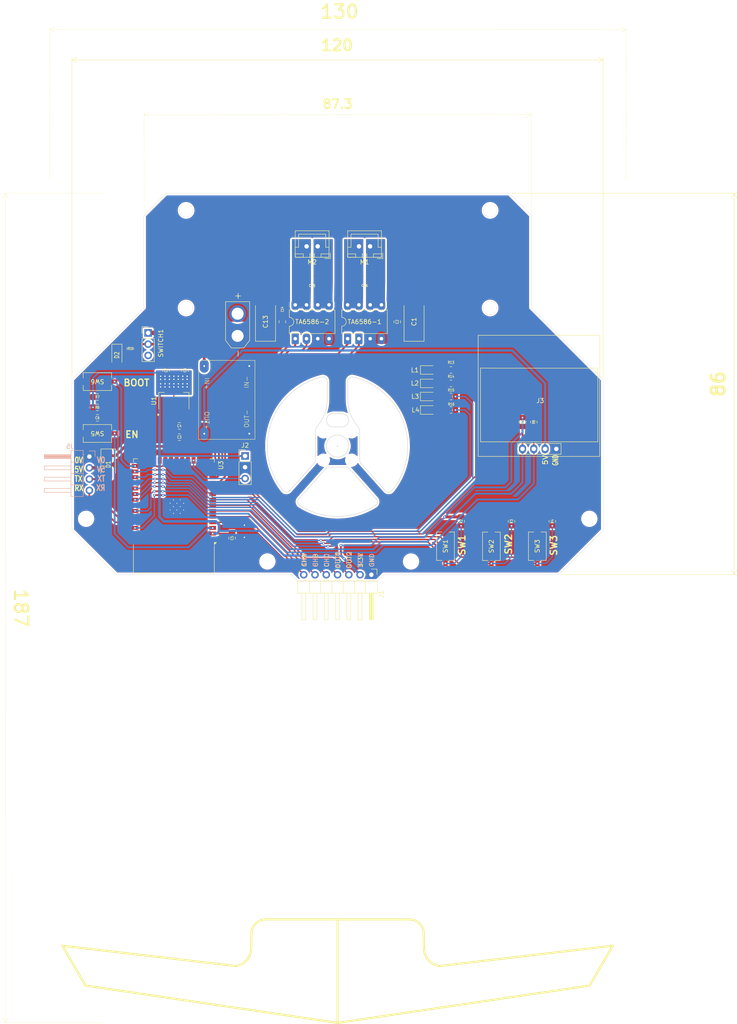
<source format=kicad_pcb>
(kicad_pcb (version 20241229) (generator "pcbnew") (generator_version "9.0")
  (layers (0 "F.Cu" signal) (2 "B.Cu" signal) (13 "F.Paste" user) (15 "B.Paste" user) (5 "F.SilkS" user "F.Silkscreen") (7 "B.SilkS" user "B.Silkscreen") (1 "F.Mask" user) (3 "B.Mask" user) (25 "Edge.Cuts" user))
  (net 0 "")
  (net 1 "VCC")
  (net 2 "GND")
  (net 3 "+5V")
  (net 4 "3V3")
  (net 5 "/EN")
  (net 6 "/M1")
  (net 7 "/M2")
  (net 8 "/M4")
  (net 9 "/M3")
  (net 10 "Net-(D1-A)")
  (net 11 "Net-(D2-A)")
  (net 12 "/INB2")
  (net 13 "/INA2")
  (net 14 "/INA1")
  (net 15 "/INB1")
  (net 16 "/IN1")
  (net 17 "/CHC")
  (net 18 "/IN2")
  (net 19 "/CHB")
  (net 20 "/CHA")
  (net 21 "/ST")
  (net 22 "/SCL")
  (net 23 "/SDA")
  (net 24 "/RXD")
  (net 26 "VCC1")
  (net 27 "/TXD")
  (net 28 "/SW1")
  (net 29 "/SW2")
  (net 30 "/SW3")
  (net 33 "/BT")
  (net 35 "Net-(L1-A)")
  (net 39 "Net-(L2-A)")
  (net 44 "/LED_2")
  (net 46 "/LED_1")
  (net 48 "Net-(L3-A)")
  (net 49 "Net-(L4-A)")
  (net 50 "/LED_4")
  (net 51 "/LED_3")
  (footprint "Capacitor_SMD:C_0805_2012Metric_Pad1.18x1.45mm_HandSolder" (layer "F.Cu") (at 170.97225 82.520233)
    (property "Reference" "C16")
    (property "Value" "100nf" (hide yes))
  )
  (footprint "MountingHole:MountingHole_3.2mm_M3_DIN965" (layer "F.Cu") (at 181.45 146.04 90)
    (property "Reference" "H4" (hide yes))
    (property "Value" "MountingHole" (hide yes))
  )
  (footprint "Resistor_SMD:R_0805_2012Metric_Pad1.20x1.40mm_HandSolder" (layer "F.Cu") (at 190.46 111.905 180)
    (property "Reference" "R16")
    (property "Value" "220" (hide yes))
  )
  (footprint "LED_SMD:LED_0805_2012Metric_Pad1.15x1.40mm_HandSolder" (layer "F.Cu") (at 185.435 108.865)
    (property "Reference" "L3")
    (property "Value" "LED" (hide yes))
  )
  (footprint "MountingHole:MountingHole_3.2mm_M3_DIN965" (layer "F.Cu") (at 221.645 136.425 90)
    (property "Reference" "H2" (hide yes))
    (property "Value" "MountingHole" (hide yes))
  )
  (footprint "Capacitor_SMD:C_0805_2012Metric_Pad1.18x1.45mm_HandSolder" (layer "F.Cu") (at 129.2375 115.5 180)
    (property "Reference" "C4")
    (property "Value" "100nF" (hide yes))
  )
  (footprint "EESTN5:128x64OLED" (layer "F.Cu") (at 210.58 110.07 180)
    (property "Reference" "J3")
    (property "Value" "DISPLAY")
  )
  (footprint "MountingHole:MountingHole_3.2mm_M3_DIN965" (layer "F.Cu") (at 149.08 146.04 90)
    (property "Reference" "H3" (hide yes))
    (property "Value" "MountingHole" (hide yes))
  )
  (footprint "Connector_PinHeader_2.54mm:PinHeader_1x07_P2.54mm_Horizontal" (layer "F.Cu") (at 172.50725 149.027733 -90)
    (property "Reference" "J1")
    (property "Value" "Conn_01x07_Pin")
  )
  (footprint "Connector_AMASS:AMASS_XT30U-M_1x02_P5.0mm_Vertical" (layer "F.Cu") (at 142.36 95.21 90)
    (property "Reference" "Alimentacion1" (hide yes))
    (property "Value" "TB_1X2" (hide yes))
  )
  (footprint "LED_SMD:LED_0805_2012Metric_Pad1.15x1.40mm_HandSolder" (layer "F.Cu") (at 185.435 105.92)
    (property "Reference" "L2")
    (property "Value" "LED" (hide yes))
  )
  (footprint "NUEVAS HUELLAS TREJO:Turbina" (layer "F.Cu") (at 164.88225 120.027733 180)
    (property "Reference" "M5" (hide yes))
    (property "Value" "Turbine" (hide yes))
    (fp_line (start 5.253254 -3.847088) (end 10.775244 -10.046849) (stroke (width 0.1)) (layer "Edge.Cuts"))
    (fp_line (start 5 3.181983) (end 5 -3.181978) (stroke (width 0.1)) (layer "Edge.Cuts"))
    (fp_line (start 2.65026 -5.08489) (end 8.716987 -11.89625) (stroke (width 0.1)) (layer "Edge.Cuts"))
    (fp_line (start 2.318019 10.638922) (end 2.318019 14.585954) (stroke (width 0.1)) (layer "Edge.Cuts"))
    (fp_line (start 1 4.300002) (end -1 4.300002) (stroke (width 0.1)) (layer "Edge.Cuts"))
    (fp_line (start -1 7.300002) (end 1 7.300002) (stroke (width 0.1)) (layer "Edge.Cuts"))
    (fp_line (start -1.903516 -4.75) (end 1.903516 -4.75) (stroke (width 0.1)) (layer "Edge.Cuts"))
    (fp_line (start -2.314765 10.638922) (end -2.314765 14.585954) (stroke (width 0.1)) (layer "Edge.Cuts"))
    (fp_line (start -4.996746 -3.181979) (end -4.996746 3.181983) (stroke (width 0.1)) (layer "Edge.Cuts"))
    (fp_line (start -8.71699 -11.896249) (end -2.650262 -5.08489) (stroke (width 0.1)) (layer "Edge.Cuts"))
    (fp_line (start -10.77199 -10.046849) (end -5.25 -3.847088) (stroke (width 0.1)) (layer "Edge.Cuts"))
    (fp_arc (start 12.302254 -10.007189) (mid 14.955774 5.181548) (end 3.551352 15.558351) (stroke (width 0.1)) (layer "Edge.Cuts"))
    (fp_arc (start 10.775244 -10.046849) (mid 11.547957 -10.381393) (end 12.302254 -10.007189) (stroke (width 0.1)) (layer "Edge.Cuts"))
    (fp_arc (start 8.501591 -13.408512) (mid 8.960269 -12.70237) (end 8.716987 -11.89625) (stroke (width 0.1)) (layer "Edge.Cuts"))
    (fp_arc (start 5 3.181983) (mid 4.881981 3.858861) (end 4.541838 4.455849) (stroke (width 0.1)) (layer "Edge.Cuts"))
    (fp_arc (start 5 -3.181978) (mid 5.065458 -3.537822) (end 5.253254 -3.847088) (stroke (width 0.1)) (layer "Edge.Cuts"))
    (fp_arc (start 3.551352 15.558351) (mid 2.698854 15.371244) (end 2.318019 14.585954) (stroke (width 0.1)) (layer "Edge.Cuts"))
    (fp_arc (start 2.65026 -5.08489) (mid 2.312714 -4.837558) (end 1.903516 -4.75) (stroke (width 0.1)) (layer "Edge.Cuts"))
    (fp_arc (start 2.318019 10.638922) (mid 2.890873 7.353507) (end 4.541838 4.455849) (stroke (width 0.1)) (layer "Edge.Cuts"))
    (fp_arc (start 1 4.300002) (mid 2.499993 5.800013) (end 1 7.300002) (stroke (width 0.1)) (layer "Edge.Cuts"))
    (fp_arc (start -1 7.300002) (mid -2.500007 5.800013) (end -1 4.300002) (stroke (width 0.1)) (layer "Edge.Cuts"))
    (fp_arc (start -1.903516 -4.75) (mid -2.312714 -4.837557) (end -2.650262 -5.08489) (stroke (width 0.1)) (layer "Edge.Cuts"))
    (fp_arc (start -2.314765 14.585954) (mid -2.695641 15.371215) (end -3.548098 15.558351) (stroke (width 0.1)) (layer "Edge.Cuts"))
    (fp_arc (start -3.548098 15.558351) (mid -14.952524 5.181549) (end -12.299 -10.007189) (stroke (width 0.1)) (layer "Edge.Cuts"))
    (fp_arc (start -4.538584 4.455849) (mid -2.887633 7.353512) (end -2.314765 10.638922) (stroke (width 0.1)) (layer "Edge.Cuts"))
    (fp_arc (start -4.538584 4.455849) (mid -4.87872 3.858858) (end -4.996746 3.181983) (stroke (width 0.1)) (layer "Edge.Cuts"))
    (fp_arc (start -5.25 -3.847088) (mid -5.062211 -3.537822) (end -4.996746 -3.181979) (stroke (width 0.1)) (layer "Edge.Cuts"))
    (fp_arc (start -8.501593 -13.408512) (mid -0.000001 -15.854069) (end 8.501591 -13.408512) (stroke (width 0.1)) (layer "Edge.Cuts"))
    (fp_arc (start -8.71699 -11.896249) (mid -8.960246 -12.702369) (end -8.501593 -13.408512) (stroke (width 0.1)) (layer "Edge.Cuts"))
    (fp_arc (start -12.299 -10.007189) (mid -11.544699 -10.381385) (end -10.77199 -10.046849) (stroke (width 0.1)) (layer "Edge.Cuts"))
    (fp_circle (center 3.181981 3.181983) (end 4.181981 3.181983) (stroke (width 0.1)) (fill no) (layer "Edge.Cuts"))
    (fp_circle (center 3.181981 -3.181979) (end 4.181981 -3.181979) (stroke (width 0.1)) (fill no) (layer "Edge.Cuts"))
    (fp_circle (center 0 0.000002) (end 2.5 0.000002) (stroke (width 0.1)) (fill no) (layer "Edge.Cuts"))
    (fp_circle (center 0 0.000002) (end 0.1 0.000002) (stroke (width 0.1)) (fill no) (layer "Edge.Cuts"))
    (fp_circle (center -3.181981 3.181983) (end -2.181981 3.181983) (stroke (width 0.1)) (fill no) (layer "Edge.Cuts"))
    (fp_circle (center -3.181981 -3.181979) (end -2.181981 -3.181979) (stroke (width 0.1)) (fill no) (layer "Edge.Cuts"))
  )
  (footprint "LED_SMD:LED_0805_2012Metric_Pad1.15x1.40mm_HandSolder" (layer "F.Cu") (at 185.435 111.905)
    (property "Reference" "L4")
    (property "Value" "LED" (hide yes))
  )
  (footprint "Connector_PinHeader_2.54mm:PinHeader_1x03_P2.54mm_Vertical" (layer "F.Cu") (at 144.05 122.26)
    (property "Reference" "J2")
    (property "Value" "INICIO")
  )
  (footprint "Resistor_SMD:R_0805_2012Metric_Pad1.20x1.40mm_HandSolder" (layer "F.Cu") (at 190.46 105.92 180)
    (property "Reference" "R14")
    (property "Value" "220" (hide yes))
  )
  (footprint "Button_Switch_SMD:SW_Tactile_SPST_NO_Straight_CK_PTS636Sx25SMTRLFS" (layer "F.Cu") (at 189.215 142.605 90)
    (property "Reference" "SW1")
    (property "Value" "SW_Push_Dual_x2" (hide yes))
  )
  (footprint "Resistor_SMD:R_0805_2012Metric_Pad1.20x1.40mm_HandSolder" (layer "F.Cu") (at 213.3 137 -90)
    (property "Reference" "R4")
    (property "Value" "10k" (hide yes))
  )
  (footprint "Package_DIP:DIP-8_W7.62mm" (layer "F.Cu") (at 155.35225 95.832733 90)
    (property "Reference" "TA6586-2")
    (property "Value" "~" (hide yes))
  )
  (footprint "Capacitor_SMD:C_0805_2012Metric_Pad1.18x1.45mm_HandSolder" (layer "F.Cu") (at 141.11 140.785233 -90)
    (property "Reference" "C5")
    (property "Value" "100nF" (hide yes))
  )
  (footprint "Capacitor_SMD:C_0805_2012Metric_Pad1.18x1.45mm_HandSolder" (layer "F.Cu") (at 159.16225 82.520233)
    (property "Reference" "C15")
    (property "Value" "100nf" (hide yes))
  )
  (footprint "Resistor_SMD:R_0805_2012Metric_Pad1.20x1.40mm_HandSolder" (layer "F.Cu") (at 190.46 108.865 180)
    (property "Reference" "R15")
    (property "Value" "220" (hide yes))
  )
  (footprint "Capacitor_SMD:C_0805_2012Metric_Pad1.18x1.45mm_HandSolder" (layer "F.Cu") (at 126.24 102.9625 90)
    (property "Reference" "C7")
    (property "Value" "100nF" (hide yes))
  )
  (footprint "Button_Switch_SMD:SW_Tactile_SPST_NO_Straight_CK_PTS636Sx25SMTRLFS" (layer "F.Cu") (at 110.765 117.19 180)
    (property "Reference" "SW5")
    (property "Value" "SW_Push_Dual_x2" (hide yes))
  )
  (footprint "Resistor_SMD:R_0805_2012Metric_Pad1.20x1.40mm_HandSolder" (layer "F.Cu") (at 204.1 137 -90)
    (property "Reference" "R3")
    (property "Value" "10k" (hide yes))
  )
  (footprint "Capacitor_SMD:C_0805_2012Metric_Pad1.18x1.45mm_HandSolder" (layer "F.Cu") (at 129.2375 118.025 180)
    (property "Reference" "C3")
    (property "Value" "100nF" (hide yes))
  )
  (footprint "Connector_PinHeader_2.54mm:PinHeader_1x03_P2.54mm_Vertical" (layer "F.Cu") (at 122.2 94.53)
    (property "Reference" "SWITCH1")
    (property "Value" "SW_DPST_x2" (hide yes))
  )
  (footprint "Connector_JST:JST_XH_B2B-XH-A_1x02_P2.50mm_Vertical" (layer "F.Cu") (at 160.41225 75.027733 180)
    (property "Reference" "M2")
    (property "Value" "M2")
  )
  (footprint "Capacitor_SMD:C_0805_2012Metric_Pad1.18x1.45mm_HandSolder" (layer "F.Cu") (at 178.34 92.027733 90)
    (property "Reference" "C2")
    (property "Value" "100nF" (hide yes))
  )
  (footprint "Capacitor_SMD:C_0805_2012Metric_Pad1.18x1.45mm_HandSolder" (layer "F.Cu") (at 152.441125 92.027733 90)
    (property "Reference" "C14")
    (property "Value" "100nF" (hide yes))
  )
  (footprint "MountingHole:MountingHole_3.2mm_M3_DIN965" (layer "F.Cu") (at 108.21 136.425 90)
    (property "Reference" "H1" (hide yes))
    (property "Value" "MountingHole" (hide yes))
  )
  (footprint "Diode_SMD:D_SMA" (layer "F.Cu") (at 113.2 124.2 -90)
    (property "Reference" "D1")
    (property "Value" "D" (hide yes))
  )
  (footprint "Capacitor_SMD:C_0805_2012Metric_Pad1.18x1.45mm_HandSolder" (layer "F.Cu") (at 130.5 102.9625 90)
    (property "Reference" "C8")
    (property "Value" "100nF" (hide yes))
  )
  (footprint "Package_TO_SOT_SMD:SOT-223-3_TabPin2" (layer "F.Cu") (at 128 109.85 90)
    (property "Reference" "U1")
    (property "Value" "AMS1117-3.3")
  )
  (footprint "Capacitor_Tantalum_SMD:CP_EIA-7343-20_Kemet-V" (layer "F.Cu") (at 148.65 91.99 90)
    (property "Reference" "C13")
    (property "Value" "100UF" (hide yes))
  )
  (footprint "NUEVAS HUELLAS TREJO:STEP DOWN MINI 360" (layer "F.Cu") (at 139.92 109.62 180)
    (property "Reference" "STD-MINI360" (hide yes))
    (property "Value" "~" (hide yes))
  )
  (footprint "Resistor_SMD:R_0805_2012Metric_Pad1.20x1.40mm_HandSolder" (layer "F.Cu") (at 190.46 102.88 180)
    (property "Reference" "R13")
    (property "Value" "220" (hide yes))
  )
  (footprint "RF_Module:ESP32-WROOM-32" (layer "F.Cu") (at 127.99225 132.767733 180)
    (property "Reference" "U3")
    (property "Value" "ESP32-WROOM-32")
  )
  (footprint "NUEVAS HUELLAS TREJO:motor 3600rpm" (layer "F.Cu") (at 130.67305 75.8752)
    (property "Reference" "M6" (hide yes))
    (property "Value" "Motor" (hide yes))
  )
  (footprint "Resistor_SMD:R_0805_2012Metric_Pad1.20x1.40mm_HandSolder" (layer "F.Cu") (at 192.747385 137 -90)
    (property "Reference" "R2")
    (property "Value" "10k" (hide yes))
  )
  (footprint "Resistor_SMD:R_0805_2012Metric_Pad1.20x1.40mm_HandSolder" (layer "F.Cu") (at 206.58 114.62 -90)
    (property "Reference" "R5")
    (property "Value" "10k" (hide yes))
  )
  (footprint "Button_Switch_SMD:SW_Tactile_SPST_NO_Straight_CK_PTS636Sx25SMTRLFS" (layer "F.Cu") (at 199.568731 142.625 90)
    (property "Reference" "SW2")
    (property "Value" "SW_Push_Dual_x2" (hide yes))
  )
  (footprint "LED_SMD:LED_1206_3216Metric_Pad1.42x1.75mm_HandSolder" (layer "F.Cu") (at 115.15 99.5425 -90)
    (property "Reference" "D2")
    (property "Value" "LED" (hide yes))
  )
  (footprint "Button_Switch_SMD:SW_Tactile_SPST_NO_Straight_CK_PTS636Sx25SMTRLFS" (layer "F.Cu") (at 110.765 105.5 180)
    (property "Reference" "SW6")
    (property "Value" "SW_Push_Dual_x2" (hide yes))
  )
  (footprint "Capacitor_Tantalum_SMD:CP_EIA-7343-20_Kemet-V" (layer "F.Cu") (at 182.131125 92.007733 90)
    (property "Reference" "C1")
    (property "Value" "100UF" (hide yes))
  )
  (footprint "Capacitor_SMD:C_0805_2012Metric_Pad1.18x1.45mm_HandSolder" (layer "F.Cu") (at 110.765 113.6775 180)
    (property "Reference" "C6")
    (property "Value" "100nF" (hide yes))
  )
  (footprint "Resistor_SMD:R_0805_2012Metric_Pad1.20x1.40mm_HandSolder" (layer "F.Cu") (at 209.12 114.62 -90)
    (property "Reference" "R8")
    (property "Value" "10k" (hide yes))
  )
  (footprint "Resistor_SMD:R_0805_2012Metric_Pad1.20x1.40mm_HandSolder" (layer "F.Cu") (at 110.765 111.315)
    (property "Reference" "R6")
    (property "Value" "10k" (hide yes))
  )
  (footprint "Resistor_SMD:R_0805_2012Metric_Pad1.20x1.40mm_HandSolder" (layer "F.Cu") (at 118.18 98.07 -90)
    (property "Reference" "R10")
    (property "Value" "10k" (hide yes))
  )
  (footprint "Resistor_SMD:R_0805_2012Metric_Pad1.20x1.40mm_HandSolder" (layer "F.Cu") (at 110.765 108.9825)
    (property "Reference" "R7")
    (property "Value" "10k" (hide yes))
  )
  (footprint "Package_DIP:DIP-8_W7.62mm" (layer "F.Cu") (at 167.16225 95.832733 90)
    (property "Reference" "TA6586-1")
    (property "Value" "~" (hide yes))
  )
  (footprint "NUEVAS HUELLAS TREJO:motor 3600rpm" (layer "F.Cu") (at 199.36145 79.966866 180)
    (property "Reference" "M4" (hide yes))
    (property "Value" "Motor" (hide yes))
  )
  (footprint "Button_Switch_SMD:SW_Tactile_SPST_NO_Straight_CK_PTS636Sx25SMTRLFS" (layer "F.Cu") (at 209.922461 142.6 90)
    (property "Reference" "SW3")
    (property "Value" "SW_Push_Dual_x2" (hide yes))
  )
  (footprint "Connector_JST:JST_XH_B2B-XH-A_1x02_P2.50mm_Vertical" (layer "F.Cu") (at 172.22225 75.027733 180)
    (property "Reference" "M1")
    (property "Value" "M1")
  )
  (footprint "LED_SMD:LED_0805_2012Metric_Pad1.15x1.40mm_HandSolder" (layer "F.Cu") (at 185.435 102.88)
    (property "Reference" "L1")
    (property "Value" "LED" (hide yes))
  )
  (footprint "Connector_PinHeader_2.54mm:PinHeader_1x04_P2.54mm_Horizontal" (layer "B.Cu") (at 108.95 122.4 180)
    (property "Reference" "J5")
    (property "Value" "DISPLAY")
  )
  (gr_arc (start 145.427804 233.294186) (mid 144.414029 235.865267) (end 142.002274 237.214991) (stroke (width 0.5)) (layer "F.SilkS"))
  (gr_line (start 164.892274 250.014991) (end 164.89225 226.697733) (stroke (width 0.5)) (layer "F.SilkS"))
  (gr_line (start 164.892274 250.014991) (end 221.692274 241.614991) (stroke (width 0.5)) (layer "F.SilkS"))
  (gr_line (start 142.002274 237.214991) (end 102.862274 232.634991) (stroke (width 0.5)) (layer "F.SilkS"))
  (gr_arc (start 187.782274 237.214991) (mid 185.370474 235.865323) (end 184.356744 233.294186) (stroke (width 0.5)) (layer "F.SilkS"))
  (gr_line (start 164.892274 250.014991) (end 108.092274 241.614991) (stroke (width 0.5)) (layer "F.SilkS"))
  (gr_arc (start 145.482274 229.897733) (mid 146.419534 227.635) (end 148.682274 226.697733) (stroke (width 0.5)) (layer "F.SilkS"))
  (gr_line (start 181.102274 226.697733) (end 148.682226 226.697733) (stroke (width 0.5)) (layer "F.SilkS"))
  (gr_line (start 145.482274 229.897691) (end 145.427804 233.294186) (stroke (width 0.5)) (layer "F.SilkS"))
  (gr_line (start 184.302274 229.897691) (end 184.356744 233.294186) (stroke (width 0.5)) (layer "F.SilkS"))
  (gr_arc (start 181.102274 226.697733) (mid 183.365 227.635) (end 184.302274 229.897733) (stroke (width 0.5)) (layer "F.SilkS"))
  (gr_line (start 108.092274 241.614991) (end 102.862274 232.634991) (stroke (width 0.5)) (layer "F.SilkS"))
  (gr_line (start 221.692274 241.614991) (end 226.922274 232.634991) (stroke (width 0.5)) (layer "F.SilkS"))
  (gr_line (start 187.782274 237.214991) (end 226.922274 232.634991) (stroke (width 0.5)) (layer "F.SilkS"))
  (gr_line (start 214.76225 149.007733) (end 224.76225 139.007733) (stroke (width 0.05)) (layer "Edge.Cuts"))
  (gr_line (start 155.96225 150.507733) (end 154.46225 149.007733) (stroke (width 0.05)) (layer "Edge.Cuts"))
  (gr_line (start 224.76225 105.027733) (end 208.55225 88.817733) (stroke (width 0.05)) (layer "Edge.Cuts"))
  (gr_line (start 164.88725 150.507733) (end 155.96225 150.507733) (stroke (width 0.05)) (layer "Edge.Cuts"))
  (gr_line (start 105.01225 139.027733) (end 105.01225 105.027733) (stroke (width 0.05)) (layer "Edge.Cuts"))
  (gr_line (start 126.22225 63.047733) (end 135.01225 63.047733) (stroke (width 0.05)) (layer "Edge.Cuts"))
  (gr_line (start 115.01225 149.007733) (end 154.46225 149.007733) (stroke (width 0.05)) (layer "Edge.Cuts"))
  (gr_line (start 121.22225 68.047733) (end 126.22225 63.047733) (stroke (width 0.05)) (layer "Edge.Cuts"))
  (gr_line (start 208.55225 68.047733) (end 203.55225 63.047733) (stroke (width 0.05)) (layer "Edge.Cuts"))
  (gr_line (start 115.01225 149.007733) (end 105.01225 139.027733) (stroke (width 0.05)) (layer "Edge.Cuts"))
  (gr_line (start 135.01225 63.047733) (end 194.76225 63.047733) (stroke (width 0.05)) (layer "Edge.Cuts"))
  (gr_line (start 105.01225 105.027733) (end 121.22225 88.817733) (stroke (width 0.05)) (layer "Edge.Cuts"))
  (gr_line (start 173.81225 150.507733) (end 175.31225 149.007733) (stroke (width 0.05)) (layer "Edge.Cuts"))
  (gr_line (start 121.22225 68.047733) (end 121.22225 88.817733) (stroke (width 0.05)) (layer "Edge.Cuts"))
  (gr_line (start 203.55225 63.047733) (end 194.76225 63.047733) (stroke (width 0.05)) (layer "Edge.Cuts"))
  (gr_line (start 224.76225 105.027733) (end 224.76225 139.007733) (stroke (width 0.05)) (layer "Edge.Cuts"))
  (gr_line (start 208.55225 68.047733) (end 208.55225 88.817733) (stroke (width 0.05)) (layer "Edge.Cuts"))
  (gr_line (start 173.81225 150.507733) (end 164.88725 150.507733) (stroke (width 0.05)) (layer "Edge.Cuts"))
  (gr_line (start 214.76225 149.007733) (end 175.31225 149.007733) (stroke (width 0.05)) (layer "Edge.Cuts"))
  (gr_text "0V\n5V\nTX\nRX\n" (at 105.48 130.26 0) (layer "F.SilkS") (effects (font (size 1.3 1) (thickness 0.25) (bold yes)) (justify left bottom)))
  (gr_text "EN" (at 116.88 118.31 0) (layer "F.SilkS") (effects (font (size 1.5 1.5) (thickness 0.3) (bold yes)) (justify left bottom)))
  (gr_text "CHB" (at 160.5 147.4 90) (layer "F.SilkS") (effects (font (size 1 1)) (justify left bottom)))
  (gr_text "GND" (at 214.71 124.57 90) (layer "F.SilkS") (effects (font (size 1.2 0.8) (thickness 0.2) (bold yes)) (justify left bottom)))
  (gr_text "SW3" (at 214.5 144.9 90) (layer "F.SilkS") (effects (font (size 1.5 1.5) (thickness 0.3) (bold yes)) (justify left bottom)))
  (gr_text "OUT2\n" (at 168.11825 147.713571 90) (layer "F.SilkS") (effects (font (size 1 1)) (justify left bottom)))
  (gr_text "5V" (at 212.36 124.396666 90) (layer "F.SilkS") (effects (font (size 1.1 1.2) (thickness 0.2) (bold yes)) (justify left bottom)))
  (gr_text "BOOT\n" (at 116.48 106.65 0) (layer "F.SilkS") (effects (font (size 1.5 1.5) (thickness 0.3) (bold yes)) (justify left bottom)))
  (gr_text "GND" (at 173.2 147.4 90) (layer "F.SilkS") (effects (font (size 1 1)) (justify left bottom)))
  (gr_text "CHA" (at 157.96 147.328571 90) (layer "F.SilkS") (effects (font (size 1 1)) (justify left bottom)))
  (gr_text "3.3V" (at 170.66 147.495238 90) (layer "F.SilkS") (effects (font (size 1 1)) (justify left bottom)))
  (gr_text "CHC" (at 163.04 147.4 90) (layer "F.SilkS") (effects (font (size 1 1)) (justify left bottom)))
  (gr_text "SW1\n" (at 193.8 144.8 90) (layer "F.SilkS") (effects (font (size 1.5 1.5) (thickness 0.3) (bold yes)) (justify left bottom)))
  (gr_text "OUT1\n" (at 165.57825 147.713571 90) (layer "F.SilkS") (effects (font (size 1 1)) (justify left bottom)))
  (gr_text "SW2" (at 204.3 144.6 90) (layer "F.SilkS") (effects (font (size 1.5 1.5) (thickness 0.3) (bold yes)) (justify left bottom)))
  (gr_text "OUT1\n" (at 165.5 143.7 90) (layer "B.SilkS") (effects (font (size 1 1)) (justify left bottom mirror)))
  (gr_text "CHA" (at 157.9635 144.2 90) (layer "B.SilkS") (effects (font (size 1 1)) (justify left bottom mirror)))
  (gr_text "0V\n5V\nTX\nRX\n" (at 112.65 130.22 -0) (layer "B.SilkS") (effects (font (size 1.3 1) (thickness 0.25) (bold yes)) (justify left bottom mirror)))
  (gr_text "OUT2\n" (at 168.04 143.7 90) (layer "B.SilkS") (effects (font (size 1 1)) (justify left bottom mirror)))
  (gr_text "GND" (at 173.2035 144.128571 90) (layer "B.SilkS") (effects (font (size 1 1)) (justify left bottom mirror)))
  (gr_text "3.3V" (at 170.6635 144.033333 90) (layer "B.SilkS") (effects (font (size 1 1)) (justify left bottom mirror)))
  (gr_text "CHB" (at 160.5035 144.128571 90) (layer "B.SilkS") (effects (font (size 1 1)) (justify left bottom mirror)))
  (gr_text "CHC" (at 163.0435 144.128571 90) (layer "B.SilkS") (effects (font (size 1 1)) (justify left bottom mirror)))
  (dimension (type aligned) (layer "F.SilkS") (pts (xy 121.27225 68.077733) (xy 208.55225 68.047733)) (height -22.687781) (format (prefix "") (suffix "") (units 3) (units_format 0) (precision 4) (override_value "87.3") (suppress_zeroes yes)) (style (thickness 0.05) (arrow_length 1.27) (text_position_mode 0) (arrow_direction outward) (extension_height 0.58642) (extension_offset 0.5) (keep_text_aligned yes)) (gr_text "87.3" (at 164.903627 42.974953 0.01969378228) (layer "F.SilkS") (effects (font (size 2 2) (thickness 0.4) (bold yes)))))
  (dimension (type aligned) (layer "F.SilkS") (pts (xy 100.00225 60.537733) (xy 229.95065 60.559399)) (height -34.381214) (format (prefix "") (suffix "") (units 3) (units_format 0) (precision 4) (override_value "130") (suppress_zeroes yes)) (style (thickness 0.05) (arrow_length 1.27) (text_position_mode 2) (arrow_direction outward) (extension_height 0.58642) (extension_offset 0.5) (keep_text_aligned yes)) (gr_text "130" (at 165.321197 22.143201 359.9904472) (layer "F.SilkS") (effects (font (size 3 3) (thickness 0.5)))))
  (dimension (type aligned) (layer "F.SilkS") (pts (xy 112.677274 250.014991) (xy 112.67225 63.047733)) (height -22.631778) (format (prefix "") (suffix "") (units 3) (units_format 0) (precision 4) (override_value "187") (suppress_zeroes yes)) (style (thickness 0.05) (arrow_length 1.27) (text_position_mode 0) (arrow_direction outward) (extension_height 0.58642) (extension_offset 0.5) (keep_text_aligned yes)) (gr_text "187" (at 93.542984 156.531876 -89.9984604) (layer "F.SilkS") (effects (font (size 3 3) (thickness 0.5) (bold yes)))))
  (dimension (type orthogonal) (layer "F.SilkS") (pts (xy 105.01225 105.027733) (xy 224.76225 105.027733)) (height -72.002733) (orientation 0) (format (prefix "") (suffix "") (units 3) (units_format 0) (precision 4) (override_value "120") (suppress_zeroes yes)) (style (thickness 0.1) (arrow_length 1.27) (text_position_mode 2) (arrow_direction outward) (extension_height 0.58642) (extension_offset 0.5) (keep_text_aligned yes)) (gr_text "120" (at 164.775 29.735 0) (layer "F.SilkS") (effects (font (size 2.5 2.5) (thickness 0.5) (bold yes)))))
  (dimension (type orthogonal) (layer "F.SilkS") (pts (xy 203.55225 63.047733) (xy 214.76225 149.007733)) (height 50.73775) (orientation 1) (format (prefix "") (suffix "") (units 3) (units_format 0) (precision 4) (override_value "86") (suppress_zeroes yes)) (style (thickness 0.1) (arrow_length 1.27) (text_position_mode 0) (arrow_direction outward) (extension_height 0.58642) (extension_offset 0.5) (keep_text_aligned yes)) (gr_text "86" (at 250.69 106.027733 90) (layer "F.SilkS") (effects (font (size 3 3) (thickness 0.6) (bold yes)))))
  (segment (start 137.22 90.21) (end 132.9 94.53) (width 1) (layer "F.Cu") (net 1))
  (segment (start 142.36 90.21) (end 137.22 90.21) (width 1) (layer "F.Cu") (net 1))
  (segment (start 132.9 94.53) (end 122.17 94.53) (width 1) (layer "F.Cu") (net 1))
  (segment (start 143.9 137.857733) (end 143.9 140.59) (width 0.5) (layer "F.Cu") (net 2))
  (via (at 143.9 140.6) (size 0.6) (drill 0.3) (layers "F.Cu" "B.Cu") (net 2))
  (via (at 143.9 137.857733) (size 0.6) (drill 0.3) (layers "F.Cu" "B.Cu") (net 2))
  (segment (start 134.84 119.19) (end 133.93 120.1) (width 0.6) (layer "F.Cu") (net 3))
  (segment (start 114.9 122.2) (end 117 120.1) (width 0.6) (layer "F.Cu") (net 3))
  (segment (start 133.93 120.1) (end 117 120.1) (width 0.6) (layer "F.Cu") (net 3))
  (segment (start 134.84 117.24) (end 134.84 119.19) (width 0.6) (layer "F.Cu") (net 3))
  (segment (start 114.9 122.2) (end 113.2 122.2) (width 0.6) (layer "F.Cu") (net 3))
  (segment (start 134.84 107.1) (end 143.45 98.49) (width 0.5) (layer "B.Cu") (net 3))
  (segment (start 204.27 98.49) (end 211.66 105.88) (width 0.5) (layer "B.Cu") (net 3))
  (segment (start 134.84 117.24) (end 134.84 107.1) (width 0.5) (layer "B.Cu") (net 3))
  (segment (start 143.45 98.49) (end 204.27 98.49) (width 0.5) (layer "B.Cu") (net 3))
  (segment (start 211.66 105.88) (end 211.66 120.67) (width 0.5) (layer "B.Cu") (net 3))
  (segment (start 166.344759 145.405241) (end 165.639517 144.699999) (width 0.4) (layer "F.Cu") (net 4))
  (segment (start 189.03 136) (end 192.747385 136) (width 0.65) (layer "F.Cu") (net 4))
  (segment (start 109.765 111.315) (end 109.765 108.9825) (width 0.4) (layer "F.Cu") (net 4))
  (segment (start 165.639517 144.699999) (end 165.639517 142.490483) (width 0.4) (layer "F.Cu") (net 4))
  (segment (start 209.12 113.62) (end 206.58 113.62) (width 0.3) (layer "F.Cu") (net 4))
  (segment (start 165.639517 142.490483) (end 165.64 142.49) (width 0.4) (layer "F.Cu") (net 4))
  (segment (start 165.64 142.49) (end 165.64 142.439) (width 0.4) (layer "F.Cu") (net 4))
  (segment (start 192.747385 136) (end 213.3 136) (width 0.65) (layer "F.Cu") (net 4))
  (segment (start 128 113) (end 128 106.7) (width 0.2) (layer "F.Cu") (net 4))
  (segment (start 136.74225 139.747733) (end 141.11 139.747733) (width 0.4) (layer "F.Cu") (net 4))
  (via (at 126 106) (size 0.6) (drill 0.3) (layers "F.Cu" "B.Cu") (net 4))
  (via (at 128 105) (size 0.6) (drill 0.3) (layers "F.Cu" "B.Cu") (net 4))
  (via (at 131 105) (size 0.6) (drill 0.3) (layers "F.Cu" "B.Cu") (net 4))
  (via (at 129 104.3) (size 0.6) (drill 0.3) (layers "F.Cu" "B.Cu") (net 4))
  (via (at 125 104.3) (size 0.6) (drill 0.3) (layers "F.Cu" "B.Cu") (net 4))
  (via (at 206.58 113.62) (size 0.6) (drill 0.3) (layers "F.Cu" "B.Cu") (net 4))
  (via (at 129 106.7) (size 0.6) (drill 0.3) (layers "F.Cu" "B.Cu") (net 4))
  (via (at 131 106) (size 0.6) (drill 0.3) (layers "F.Cu" "B.Cu") (net 4))
  (via (at 128 106) (size 0.6) (drill 0.3) (layers "F.Cu" "B.Cu") (net 4))
  (via (at 126 106.7) (size 0.6) (drill 0.3) (layers "F.Cu" "B.Cu") (net 4))
  (via (at 130 106.7) (size 0.6) (drill 0.3) (layers "F.Cu" "B.Cu") (net 4))
  (via (at 166.344759 145.405241) (size 0.6) (drill 0.3) (layers "F.Cu" "B.Cu") (net 4))
  (via (at 127 104.3) (size 0.6) (drill 0.3) (layers "F.Cu" "B.Cu") (net 4))
  (via (at 130 104.3) (size 0.6) (drill 0.3) (layers "F.Cu" "B.Cu") (net 4))
  (via (at 165.64 142.439) (size 0.6) (drill 0.3) (layers "F.Cu" "B.Cu") (net 4))
  (via (at 130 105) (size 0.6) (drill 0.3) (layers "F.Cu" "B.Cu") (net 4))
  (via (at 129 106) (size 0.6) (drill 0.3) (layers "F.Cu" "B.Cu") (net 4))
  (via (at 125 106) (size 0.6) (drill 0.3) (layers "F.Cu" "B.Cu") (net 4))
  (via (at 136.74225 139.747733) (size 0.6) (drill 0.3) (layers "F.Cu" "B.Cu") (net 4))
  (via (at 131 106.7) (size 0.6) (drill 0.3) (layers "F.Cu" "B.Cu") (net 4))
  (via (at 109.765 111.315) (size 0.6) (drill 0.3) (layers "F.Cu" "B.Cu") (net 4))
  (via (at 126 104.3) (size 0.6) (drill 0.3) (layers "F.Cu" "B.Cu") (net 4))
  (via (at 127 106) (size 0.6) (drill 0.3) (layers "F.Cu" "B.Cu") (net 4))
  (via (at 129 105) (size 0.6) (drill 0.3) (layers "F.Cu" "B.Cu") (net 4))
  (via (at 130 106) (size 0.6) (drill 0.3) (layers "F.Cu" "B.Cu") (net 4))
  (via (at 127 106.7) (size 0.6) (drill 0.3) (layers "F.Cu" "B.Cu") (net 4))
  (via (at 128 106.7) (size 0.6) (drill 0.3) (layers "F.Cu" "B.Cu") (net 4))
  (via (at 126 105) (size 0.6) (drill 0.3) (layers "F.Cu" "B.Cu") (net 4))
  (via (at 125 106.7) (size 0.6) (drill 0.3) (layers "F.Cu" "B.Cu") (net 4))
  (via (at 127 105) (size 0.6) (drill 0.3) (layers "F.Cu" "B.Cu") (net 4))
  (via (at 131 104.3) (size 0.6) (drill 0.3) (layers "F.Cu" "B.Cu") (net 4))
  (via (at 125 105) (size 0.6) (drill 0.3) (layers "F.Cu" "B.Cu") (net 4))
  (via (at 128 104.3) (size 0.6) (drill 0.3) (layers "F.Cu" "B.Cu") (net 4))
  (via (at 189.03 136) (size 0.6) (drill 0.3) (layers "F.Cu" "B.Cu") (net 4))
  (segment (start 109.765 111.315) (end 109.765 104.725) (width 0.4) (layer "B.Cu") (net 4))
  (segment (start 172.471 142.439) (end 174.34 140.57) (width 0.4) (layer "B.Cu") (net 4))
  (segment (start 152.86 144.7) (end 147.3 139.14) (width 0.5) (layer "B.Cu") (net 4))
  (segment (start 166.344759 145.405241) (end 165.639518 144.7) (width 0.5) (layer "B.Cu") (net 4))
  (segment (start 116.7 103.5) (end 124.5 103.5) (width 0.4) (layer "B.Cu") (net 4))
  (segment (start 195.73 129.34) (end 202.74 129.34) (width 0.4) (layer "B.Cu") (net 4))
  (segment (start 136.74225 139.747733) (end 137.632267 139.747733) (width 0.5) (layer "B.Cu") (net 4))
  (segment (start 174.34 140.57) (end 184.5 140.57) (width 0.4) (layer "B.Cu") (net 4))
  (segment (start 138.24 139.14) (end 138.24 137.81) (width 0.6) (layer "B.Cu") (net 4))
  (segment (start 206.58 116.94) (end 206.58 113.62) (width 0.4) (layer "B.Cu") (net 4))
  (segment (start 109.765 104.725) (end 110.99 103.5) (width 0.4) (layer "B.Cu") (net 4))
  (segment (start 124.75 122.25) (end 124.75 107.7) (width 0.6) (layer "B.Cu") (net 4))
  (segment (start 125.75 106.7) (end 128 106.7) (width 0.6) (layer "B.Cu") (net 4))
  (segment (start 124.75 136) (end 124.75 122.25) (width 0.6) (layer "B.Cu") (net 4))
  (segment (start 137.632267 139.747733) (end 138.24 139.14) (width 0.5) (layer "B.Cu") (net 4))
  (segment (start 166.344759 145.405242) (end 166.344759 145.405241) (width 0.6) (layer "B.Cu") (net 4))
  (segment (start 184.5 140.57) (end 195.73 129.34) (width 0.4) (layer "B.Cu") (net 4))
  (segment (start 138.24 137.81) (end 137.43 137) (width 0.6) (layer "B.Cu") (net 4))
  (segment (start 144.05 122.26) (end 124.76 122.26) (width 0.4) (layer "B.Cu") (net 4))
  (segment (start 202.74 129.34) (end 204.07 128.01) (width 0.4) (layer "B.Cu") (net 4))
  (segment (start 169.96725 149.027733) (end 166.344759 145.405242) (width 0.6) (layer "B.Cu") (net 4))
  (segment (start 204.07 119.45) (end 206.58 116.94) (width 0.4) (layer "B.Cu") (net 4))
  (segment (start 125.75 137) (end 124.75 136) (width 0.6) (layer "B.Cu") (net 4))
  (segment (start 204.07 128.01) (end 204.07 119.45) (width 0.4) (layer "B.Cu") (net 4))
  (segment (start 137.43 137) (end 125.75 137) (width 0.6) (layer "B.Cu") (net 4))
  (segment (start 116.7 103.5) (end 110.99 103.5) (width 0.4) (layer "B.Cu") (net 4))
  (segment (start 124.75 107.7) (end 125.75 106.7) (width 0.6) (layer "B.Cu") (net 4))
  (segment (start 165.639518 144.7) (end 152.86 144.7) (width 0.5) (layer "B.Cu") (net 4))
  (segment (start 165.64 142.439) (end 172.471 142.439) (width 0.4) (layer "B.Cu") (net 4))
  (segment (start 147.3 139.14) (end 138.24 139.14) (width 0.5) (layer "B.Cu") (net 4))
  (segment (start 136.74225 138.48225) (end 136.75 138.49) (width 0.4) (layer "F.Cu") (net 5))
  (segment (start 114.64 117.19) (end 112.52 117.19) (width 0.4) (layer "F.Cu") (net 5))
  (segment (start 111.765 116.435) (end 111.765 111.315) (width 0.4) (layer "F.Cu") (net 5))
  (segment (start 112.52 117.19) (end 111.765 116.435) (width 0.4) (layer "F.Cu") (net 5))
  (segment (start 136.74225 138.477733) (end 136.74225 138.48225) (width 0.4) (layer "F.Cu") (net 5))
  (via (at 114.64 117.19) (size 0.6) (drill 0.3) (layers "F.Cu" "B.Cu") (net 5))
  (via (at 136.75 138.49) (size 0.6) (drill 0.3) (layers "F.Cu" "B.Cu") (net 5))
  (segment (start 135.66 138.49) (end 131.31 142.84) (width 0.4) (layer "B.Cu") (net 5))
  (segment (start 117.72 142.84) (end 114.64 139.76) (width 0.4) (layer "B.Cu") (net 5))
  (segment (start 131.31 142.84) (end 117.72 142.84) (width 0.4) (layer "B.Cu") (net 5))
  (segment (start 114.64 139.76) (end 114.64 117.19) (width 0.4) (layer "B.Cu") (net 5))
  (segment (start 136.75 138.49) (end 135.66 138.49) (width 0.4) (layer "B.Cu") (net 5))
  (segment (start 108.95 124.94) (end 111.94 124.94) (width 0.8) (layer "F.Cu") (net 10))
  (segment (start 111.94 124.94) (end 113.2 126.2) (width 0.8) (layer "F.Cu") (net 10))
  (segment (start 115.15 101.03) (end 117.47 101.03) (width 0.5) (layer "F.Cu") (net 11))
  (segment (start 118.18 100.32) (end 118.18 99.07) (width 0.5) (layer "F.Cu") (net 11))
  (segment (start 117.47 101.03) (end 118.18 100.32) (width 0.5) (layer "F.Cu") (net 11))
  (segment (start 138.9 124.39) (end 138.9 114.68) (width 0.4) (layer "F.Cu") (net 12))
  (segment (start 138.9 125.92) (end 138.9 124.39) (width 0.4) (layer "F.Cu") (net 12))
  (segment (start 167.16225 97.07775) (end 167.16225 95.832733) (width 0.4) (layer "F.Cu") (net 12))
  (segment (start 154.28 99.3) (end 164.94 99.3) (width 0.4) (layer "F.Cu") (net 12))
  (segment (start 138.66 126.16) (end 138.9 125.92) (width 0.4) (layer "F.Cu") (net 12))
  (segment (start 138.9 124.39) (end 138.9 124.25) (width 0.3) (layer "F.Cu") (net 12))
  (segment (start 137.772267 127.047733) (end 138.66 126.16) (width 0.4) (layer "F.Cu") (net 12))
  (segment (start 138.9 114.68) (end 154.28 99.3) (width 0.4) (layer "F.Cu") (net 12))
  (segment (start 164.94 99.3) (end 167.16225 97.07775) (width 0.4) (layer "F.Cu") (net 12))
  (segment (start 136.74225 127.047733) (end 137.772267 127.047733) (width 0.4) (layer "F.Cu") (net 12))
  (segment (start 138.102267 128.317733) (end 139.56 126.86) (width 0.4) (layer "F.Cu") (net 13))
  (segment (start 139.56 126.86) (end 139.56 115.06) (width 0.4) (layer "F.Cu") (net 13))
  (segment (start 136.74225 128.317733) (end 138.102267 128.317733) (width 0.4) (layer "F.Cu") (net 13))
  (segment (start 139.56 115.06) (end 154.55 100.07) (width 0.4) (layer "F.Cu") (net 13))
  (segment (start 169.70225 97.35775) (end 169.70225 95.832733) (width 0.4) (layer "F.Cu") (net 13))
  (segment (start 166.99 100.07) (end 169.70225 97.35775) (width 0.4) (layer "F.Cu") (net 13))
  (segment (start 154.55 100.07) (end 166.99 100.07) (width 0.4) (layer "F.Cu") (net 13))
  (segment (start 156.885 98.485) (end 153.995 98.485) (width 0.4) (layer "F.Cu") (net 14))
  (segment (start 138.14 125.21) (end 137.572267 125.777733) (width 0.4) (layer "F.Cu") (net 14))
  (segment (start 138.14 114.34) (end 138.14 125.21) (width 0.4) (layer "F.Cu") (net 14))
  (segment (start 157.89225 95.832733) (end 157.89225 97.47775) (width 0.4) (layer "F.Cu") (net 14))
  (segment (start 137.572267 125.777733) (end 136.74225 125.777733) (width 0.4) (layer "F.Cu") (net 14))
  (segment (start 157.89225 97.47775) (end 156.885 98.485) (width 0.4) (layer "F.Cu") (net 14))
  (segment (start 153.995 98.485) (end 138.14 114.34) (width 0.4) (layer "F.Cu") (net 14))
  (segment (start 137.31 113.94) (end 153.59 97.66) (width 0.4) (layer "F.Cu") (net 15))
  (segment (start 155.35225 97.33775) (end 155.35225 95.832733) (width 0.4) (layer "F.Cu") (net 15))
  (segment (start 137.31 123.939983) (end 137.31 113.94) (width 0.4) (layer "F.Cu") (net 15))
  (segment (start 136.74225 124.507733) (end 137.31 123.939983) (width 0.4) (layer "F.Cu") (net 15))
  (segment (start 155.03 97.66) (end 155.35225 97.33775) (width 0.4) (layer "F.Cu") (net 15))
  (segment (start 153.59 97.66) (end 155.03 97.66) (width 0.4) (layer "F.Cu") (net 15))
  (segment (start 136.74225 133.397733) (end 144.957733 133.397733) (width 0.3) (layer "F.Cu") (net 16))
  (segment (start 157.63 146.07) (end 161.929517 146.07) (width 0.3) (layer "F.Cu") (net 16))
  (segment (start 161.929517 146.07) (end 164.88725 149.027733) (width 0.3) (layer "F.Cu") (net 16))
  (segment (start 144.957733 133.397733) (end 157.63 146.07) (width 0.3) (layer "F.Cu") (net 16))
  (segment (start 145.117733 134.667733) (end 136.74225 134.667733) (width 0.3) (layer "F.Cu") (net 17))
  (segment (start 157.27 146.82) (end 145.117733 134.667733) (width 0.3) (layer "F.Cu") (net 17))
  (segment (start 160.139517 146.82) (end 157.27 146.82) (width 0.3) (layer "F.Cu") (net 17))
  (segment (start 162.34725 149.027733) (end 160.139517 146.82) (width 0.3) (layer "F.Cu") (net 17))
  (segment (start 163.739517 145.34) (end 157.72 145.34) (width 0.3) (layer "F.Cu") (net 18))
  (segment (start 157.72 145.34) (end 144.507733 132.127733) (width 0.3) (layer "F.Cu") (net 18))
  (segment (start 167.42725 149.027733) (end 163.739517 145.34) (width 0.3) (layer "F.Cu") (net 18))
  (segment (start 144.507733 132.127733) (end 136.74225 132.127733) (width 0.3) (layer "F.Cu") (net 18))
  (segment (start 159.80725 149.027733) (end 158.229517 147.45) (width 0.3) (layer "F.Cu") (net 19))
  (segment (start 156.75 147.45) (end 145.237733 135.937733) (width 0.3) (layer "F.Cu") (net 19))
  (segment (start 145.237733 135.937733) (end 136.74225 135.937733) (width 0.3) (layer "F.Cu") (net 19))
  (segment (start 158.229517 147.45) (end 156.75 147.45) (width 0.3) (layer "F.Cu") (net 19))
  (segment (start 145.477733 137.207733) (end 136.74225 137.207733) (width 0.3) (layer "F.Cu") (net 20))
  (segment (start 157.26725 148.99725) (end 145.477733 137.207733) (width 0.3) (layer "F.Cu") (net 20))
  (via (at 132.43225 123.257733) (size 0.6) (drill 0.3) (layers "F.Cu" "B.Cu") (net 21))
  (segment (start 134.97 127.34) (end 132.43225 124.80225) (width 0.3) (layer "B.Cu") (net 21))
  (segment (start 132.43225 124.80225) (end 132.43225 123.257733) (width 0.3) (layer "B.Cu") (net 21))
  (segment (start 144.05 127.34) (end 134.97 127.34) (width 0.3) (layer "B.Cu") (net 21))
  (segment (start 123.6 131.1) (end 125.54 131.1) (width 0.4) (layer "F.Cu") (net 22))
  (segment (start 209.12 120.67) (end 209.12 115.62) (width 0.4) (layer "F.Cu") (net 22))
  (via (at 119.22 138.48) (size 0.6) (drill 0.3) (layers "F.Cu" "B.Cu") (net 22))
  (via (at 123.6 131.1) (size 0.6) (drill 0.3) (layers "F.Cu" "B.Cu") (net 22))
  (via (at 125.54 131.1) (size 0.6) (drill 0.3) (layers "F.Cu" "B.Cu") (net 22))
  (segment (start 173.55 144) (end 175.18 142.37) (width 0.4) (layer "B.Cu") (net 22))
  (segment (start 153.525 144) (end 173.55 144) (width 0.4) (layer "B.Cu") (net 22))
  (segment (start 186.1 142.37) (end 196.42 132.05) (width 0.4) (layer "B.Cu") (net 22))
  (segment (start 144.785 135.26) (end 153.525 144) (width 0.4) (layer "B.Cu") (net 22))
  (segment (start 120.845 138.48) (end 119.22 138.48) (width 0.3) (layer "B.Cu") (net 22))
  (segment (start 209.12 128.49) (end 209.12 120.67) (width 0.4) (layer "B.Cu") (net 22))
  (segment (start 125.54 131.1) (end 125.835 131.11) (width 0.4) (layer "B.Cu") (net 22))
  (segment (start 205.56 132.05) (end 209.12 128.49) (width 0.4) (layer "B.Cu") (net 22))
  (segment (start 135.435 135.26) (end 144.785 135.26) (width 0.4) (layer "B.Cu") (net 22))
  (segment (start 131.285 131.11) (end 135.435 135.26) (width 0.3) (layer "B.Cu") (net 22))
  (segment (start 125.835 131.11) (end 131.285 131.11) (width 0.3) (layer "B.Cu") (net 22))
  (segment (start 123.6 135.725) (end 120.845 138.48) (width 0.3) (layer "B.Cu") (net 22))
  (segment (start 123.6 131.1) (end 123.6 135.725) (width 0.3) (layer "B.Cu") (net 22))
  (segment (start 175.18 142.37) (end 186.1 142.37) (width 0.4) (layer "B.Cu") (net 22))
  (segment (start 196.42 132.05) (end 205.56 132.05) (width 0.4) (layer "B.Cu") (net 22))
  (segment (start 206.58 120.67) (end 206.58 115.62) (width 0.4) (layer "F.Cu") (net 23))
  (segment (start 123.6 130.225) (end 125.47 130.225) (width 0.4) (layer "F.Cu") (net 23))
  (via (at 125.47 130.225) (size 0.6) (drill 0.3) (layers "F.Cu" "B.Cu") (net 23))
  (via (at 123.6 130.225) (size 0.6) (drill 0.3) (layers "F.Cu" "B.Cu") (net 23))
  (via (at 119.24 134.65) (size 0.6) (drill 0.3) (layers "F.Cu" "B.Cu") (net 23))
  (segment (start 122.83 133.82) (end 122 134.65) (width 0.3) (layer "B.Cu") (net 23))
  (segment (start 125.47 130.225) (end 131.235 130.225) (width 0.3) (layer "B.Cu") (net 23))
  (segment (start 122.83 130.785) (end 122.83 133.82) (width 0.3) (layer "B.Cu") (net 23))
  (segment (start 122 134.65) (end 119.24 134.65) (width 0.3) (layer "B.Cu") (net 23))
  (segment (start 206.58 128.25) (end 206.58 120.67) (width 0.4) (layer "B.Cu") (net 23))
  (segment (start 195.94 130.78) (end 204.05 130.78) (width 0.4) (layer "B.Cu") (net 23))
  (segment (start 204.05 130.78) (end 206.58 128.25) (width 0.4) (layer "B.Cu") (net 23))
  (segment (start 173 143.29) (end 174.7 141.59) (width 0.4) (layer "B.Cu") (net 23))
  (segment (start 185.13 141.59) (end 195.94 130.78) (width 0.4) (layer "B.Cu") (net 23))
  (segment (start 123.39 130.225) (end 122.83 130.785) (width 0.3) (layer "B.Cu") (net 23))
  (segment (start 154.19 143.29) (end 173 143.29) (width 0.4) (layer "B.Cu") (net 23))
  (segment (start 135.341267 134.331267) (end 135.51 134.5) (width 0.4) (layer "B.Cu") (net 23))
  (segment (start 131.235 130.225) (end 135.341267 134.331267) (width 0.3) (layer "B.Cu") (net 23))
  (segment (start 145.4 134.5) (end 154.19 143.29) (width 0.4) (layer "B.Cu") (net 23))
  (segment (start 174.7 141.59) (end 185.13 141.59) (width 0.4) (layer "B.Cu") (net 23))
  (segment (start 123.6 130.225) (end 123.39 130.225) (width 0.3) (layer "B.Cu") (net 23))
  (segment (start 135.51 134.5) (end 145.4 134.5) (width 0.4) (layer "B.Cu") (net 23))
  (segment (start 108.95 131.37) (end 114.787733 137.207733) (width 0.4) (layer "F.Cu") (net 24))
  (segment (start 108.95 130.02) (end 108.95 131.37) (width 0.4) (layer "F.Cu") (net 24))
  (segment (start 114.787733 137.207733) (end 119.24225 137.207733) (width 0.4) (layer "F.Cu") (net 24))
  (segment (start 122.71 97.07) (end 132.57 97.07) (width 0.6) (layer "F.Cu") (net 26))
  (segment (start 134.84 99.34) (end 134.84 102) (width 0.6) (layer "F.Cu") (net 26))
  (segment (start 132.57 97.07) (end 134.84 99.34) (width 0.6) (layer "F.Cu") (net 26))
  (segment (start 122.71 97.07) (end 118.18 97.07) (width 0.5) (layer "F.Cu") (net 26))
  (segment (start 110.12 127.48) (end 110.96 128.32) (width 0.4) (layer "F.Cu") (net 27))
  (segment (start 108.95 127.48) (end 110.12 127.48) (width 0.4) (layer "F.Cu") (net 27))
  (segment (start 110.96 131.6) (end 115.297733 135.937733) (width 0.4) (layer "F.Cu") (net 27))
  (segment (start 110.96 128.32) (end 110.96 131.6) (width 0.4) (layer "F.Cu") (net 27))
  (segment (start 115.297733 135.937733) (end 119.24225 135.937733) (width 0.4) (layer "F.Cu") (net 27))
  (segment (start 164.71 141.63) (end 185.24 141.63) (width 0.3) (layer "F.Cu") (net 28))
  (segment (start 189.215 145.605) (end 189.215 146.48) (width 0.3) (layer "F.Cu") (net 28))
  (segment (start 163.75 142.59) (end 164.71 141.63) (width 0.3) (layer "F.Cu") (net 28))
  (segment (start 123.625 129.13) (end 125.5 129.13) (width 0.3) (layer "F.Cu") (net 28))
  (segment (start 185.24 141.63) (end 189.215 145.605) (width 0.3) (layer "F.Cu") (net 28))
  (segment (start 162.74 142.59) (end 163.75 142.59) (width 0.3) (layer "F.Cu") (net 28))
  (via (at 192.747385 138) (size 0.6) (drill 0.3) (layers "F.Cu" "B.Cu") (net 28))
  (via (at 125.5 129.13) (size 0.6) (drill 0.3) (layers "F.Cu" "B.Cu") (net 28))
  (via (at 162.74 142.59) (size 0.6) (drill 0.3) (layers "F.Cu" "B.Cu") (net 28))
  (via (at 119.24225 132.127733) (size 0.6) (drill 0.3) (layers "F.Cu" "B.Cu") (net 28))
  (via (at 123.625 129.13) (size 0.6) (drill 0.3) (layers "F.Cu" "B.Cu") (net 28))
  (via (at 189.215 146.48) (size 0.6) (drill 0.3) (layers "F.Cu" "B.Cu") (net 28))
  (segment (start 131.43 129.53) (end 126.19 129.53) (width 0.3) (layer "B.Cu") (net 28))
  (segment (start 126.19 129.53) (end 125.79 129.13) (width 0.3) (layer "B.Cu") (net 28))
  (segment (start 154.75 142.59) (end 146.02 133.86) (width 0.3) (layer "B.Cu") (net 28))
  (segment (start 135.76 133.86) (end 131.43 129.53) (width 0.3) (layer "B.Cu") (net 28))
  (segment (start 146.02 133.86) (end 135.76 133.86) (width 0.3) (layer "B.Cu") (net 28))
  (segment (start 192.747385 144.962615) (end 192.747385 138) (width 0.3) (layer "B.Cu") (net 28))
  (segment (start 119.982267 132.127733) (end 119.24225 132.127733) (width 0.3) (layer "B.Cu") (net 28))
  (segment (start 122.98 129.13) (end 119.982267 132.127733) (width 0.3) (layer "B.Cu") (net 28))
  (segment (start 123.625 129.13) (end 122.98 129.13) (width 0.3) (layer "B.Cu") (net 28))
  (segment (start 162.74 142.59) (end 154.75 142.59) (width 0.3) (layer "B.Cu") (net 28))
  (segment (start 191.23 146.48) (end 192.747385 144.962615) (width 0.3) (layer "B.Cu") (net 28))
  (segment (start 189.215 146.48) (end 191.23 146.48) (width 0.3) (layer "B.Cu") (net 28))
  (segment (start 125.79 129.13) (end 125.5 129.13) (width 0.3) (layer "B.Cu") (net 28))
  (segment (start 164.28 141.08) (end 186.78 141.08) (width 0.3) (layer "F.Cu") (net 29))
  (segment (start 161.72 141.94) (end 163.42 141.94) (width 0.3) (layer "F.Cu") (net 29))
  (segment (start 186.78 141.08) (end 192.2 146.5) (width 0.3) (layer "F.Cu") (net 29))
  (segment (start 163.42 141.94) (end 164.28 141.08) (width 0.3) (layer "F.Cu") (net 29))
  (segment (start 123.67 128.29) (end 125.53 128.29) (width 0.3) (layer "F.Cu") (net 29))
  (segment (start 192.2 146.5) (end 199.568731 146.5) (width 0.3) (layer "F.Cu") (net 29))
  (via (at 123.67 128.29) (size 0.6) (drill 0.3) (layers "F.Cu" "B.Cu") (net 29))
  (via (at 119.24225 130.857733) (size 0.6) (drill 0.3) (layers "F.Cu" "B.Cu") (net 29))
  (via (at 199.568731 146.5) (size 0.6) (drill 0.3) (layers "F.Cu" "B.Cu") (net 29))
  (via (at 125.53 128.29) (size 0.6) (drill 0.3) (layers "F.Cu" "B.Cu") (net 29))
  (via (at 161.72 141.94) (size 0.6) (drill 0.3) (layers "F.Cu" "B.Cu") (net 29))
  (via (at 204.1 138) (size 0.6) (drill 0.3) (layers "F.Cu" "B.Cu") (net 29))
  (segment (start 161.72 141.94) (end 155.13 141.94) (width 0.3) (layer "B.Cu") (net 29))
  (segment (start 122.84148 128.29) (end 120.273747 130.857733) (width 0.3) (layer "B.Cu") (net 29))
  (segment (start 155.13 141.94) (end 146.46 133.27) (width 0.3) (layer "B.Cu") (net 29))
  (segment (start 146.46 133.27) (end 135.93 133.27) (width 0.3) (layer "B.Cu") (net 29))
  (segment (start 135.93 133.27) (end 131.58 128.92) (width 0.3) (layer "B.Cu") (net 29))
  (segment (start 204.1 144.989384) (end 204.1 138) (width 0.3) (layer "B.Cu") (net 29))
  (segment (start 126.55 128.92) (end 125.92 128.29) (width 0.3) (layer "B.Cu") (net 29))
  (segment (start 202.609384 146.48) (end 204.1 144.989384) (width 0.3) (layer "B.Cu") (net 29))
  (segment (start 123.67 128.29) (end 122.84148 128.29) (width 0.3) (layer "B.Cu") (net 29))
  (segment (start 199.568731 146.5) (end 202.609384 146.48) (width 0.3) (layer "B.Cu") (net 29))
  (segment (start 120.273747 130.857733) (end 119.24225 130.857733) (width 0.3) (layer "B.Cu") (net 29))
  (segment (start 125.92 128.29) (end 125.53 128.29) (width 0.3) (layer "B.Cu") (net 29))
  (segment (start 131.58 128.92) (end 126.55 128.92) (width 0.3) (layer "B.Cu") (net 29))
  (segment (start 161.128443 141.29) (end 163.03 141.29) (width 0.3) (layer "F.Cu") (net 30))
  (segment (start 123.74 127.45) (end 125.54 127.45) (width 0.3) (layer "F.Cu") (net 30))
  (segment (start 192.6 145.06) (end 205.156 145.06) (width 0.3) (layer "F.Cu") (net 30))
  (segment (start 205.156 145.06) (end 206.576 146.48) (width 0.3) (layer "F.Cu") (net 30))
  (segment (start 188 140.46) (end 192.6 145.06) (width 0.3) (layer "F.Cu") (net 30))
  (segment (start 206.576 146.48) (end 209.922461 146.48) (width 0.3) (layer "F.Cu") (net 30))
  (segment (start 163.86 140.46) (end 188 140.46) (width 0.3) (layer "F.Cu") (net 30))
  (segment (start 163.03 141.29) (end 163.86 140.46) (width 0.3) (layer "F.Cu") (net 30))
  (via (at 161.128443 141.29) (size 0.6) (drill 0.3) (layers "F.Cu" "B.Cu") (net 30))
  (via (at 119.24225 129.587733) (size 0.6) (drill 0.3) (layers "F.Cu" "B.Cu") (net 30))
  (via (at 125.54 127.45) (size 0.6) (drill 0.3) (layers "F.Cu" "B.Cu") (net 30))
  (via (at 209.922461 146.48) (size 0.6) (drill 0.3) (layers "F.Cu" "B.Cu") (net 30))
  (via (at 213.3 138) (size 0.6) (drill 0.3) (layers "F.Cu" "B.Cu") (net 30))
  (via (at 123.74 127.45) (size 0.6) (drill 0.3) (layers "F.Cu" "B.Cu") (net 30))
  (segment (start 125.94 127.45) (end 125.54 127.45) (width 0.3) (layer "B.Cu") (net 30))
  (segment (start 123.74 127.45) (end 122.39 127.45) (width 0.3) (layer "B.Cu") (net 30))
  (segment (start 131.77 128.37) (end 126.86 128.37) (width 0.3) (layer "B.Cu") (net 30))
  (segment (start 126.86 128.37) (end 125.94 127.45) (width 0.3) (layer "B.Cu") (net 30))
  (segment (start 161.128443 141.29) (end 155.32 141.29) (width 0.3) (layer "B.Cu") (net 30))
  (segment (start 146.75 132.72) (end 136.12 132.72) (width 0.3) (layer "B.Cu") (net 30))
  (segment (start 213.3 145.006) (end 213.3 138) (width 0.3) (layer "B.Cu") (net 30))
  (segment (start 120.252267 129.587733) (end 119.24225 129.587733) (width 0.3) (layer "B.Cu") (net 30))
  (segment (start 155.32 141.29) (end 146.75 132.72) (width 0.3) (layer "B.Cu") (net 30))
  (segment (start 209.922461 146.48) (end 211.826 146.48) (width 0.3) (layer "B.Cu") (net 30))
  (segment (start 136.12 132.72) (end 131.77 128.37) (width 0.3) (layer "B.Cu") (net 30))
  (segment (start 122.39 127.45) (end 120.252267 129.587733) (width 0.3) (layer "B.Cu") (net 30))
  (segment (start 211.826 146.48) (end 213.3 145.006) (width 0.3) (layer "B.Cu") (net 30))
  (segment (start 112.78 105.5) (end 114.64 105.5) (width 0.4) (layer "F.Cu") (net 33))
  (segment (start 111.765 108.9825) (end 111.765 106.515) (width 0.4) (layer "F.Cu") (net 33))
  (segment (start 111.765 106.515) (end 112.78 105.5) (width 0.4) (layer "F.Cu") (net 33))
  (via (at 119.26 124.53) (size 0.6) (drill 0.3) (layers "F.Cu" "B.Cu") (net 33))
  (via (at 114.64 105.5) (size 0.6) (drill 0.3) (layers "F.Cu" "B.Cu") (net 33))
  (segment (start 116.15 123.18) (end 116.15 107.01) (width 0.4) (layer "B.Cu") (net 33))
  (segment (start 116.15 107.01) (end 114.64 105.5) (width 0.4) (layer "B.Cu") (net 33))
  (segment (start 119.26 124.53) (end 117.5 124.53) (width 0.4) (layer "B.Cu") (net 33))
  (segment (start 117.5 124.53) (end 116.15 123.18) (width 0.4) (layer "B.Cu") (net 33))
  (segment (start 189.46 102.88) (end 186.46 102.88) (width 0.3) (layer "F.Cu") (net 35))
  (segment (start 186.46 105.92) (end 189.46 105.92) (width 0.3) (layer "F.Cu") (net 39))
  (segment (start 193.05 105.92) (end 191.46 105.92) (width 0.3) (layer "F.Cu") (net 44))
  (segment (start 183.57 139.24) (end 196.03 126.78) (width 0.3) (layer "F.Cu") (net 44))
  (segment (start 162.321 139.959) (end 163.04 139.24) (width 0.3) (layer "F.Cu") (net 44))
  (segment (start 196.03 108.9) (end 193.05 105.92) (width 0.3) (layer "F.Cu") (net 44))
  (segment (start 163.04 139.24) (end 183.57 139.24) (width 0.3) (layer "F.Cu") (net 44))
  (segment (start 136.74225 129.587733) (end 145.387733 129.587733) (width 0.3) (layer "F.Cu") (net 44))
  (segment (start 155.759 139.959) (end 162.321 139.959) (width 0.3) (layer "F.Cu") (net 44))
  (segment (start 145.387733 129.587733) (end 155.759 139.959) (width 0.3) (layer "F.Cu") (net 44))
  (segment (start 196.03 126.78) (end 196.03 108.9) (width 0.3) (layer "F.Cu") (net 44))
  (segment (start 136.74225 130.857733) (end 145.707733 130.857733) (width 0.3) (layer "F.Cu") (net 46))
  (segment (start 188.354 135.719992) (end 188.749992 135.324) (width 0.3) (layer "F.Cu") (net 46))
  (segment (start 197.01 105.03) (end 194.86 102.88) (width 0.3) (layer "F.Cu") (net 46))
  (segment (start 194.86 102.88) (end 191.46 102.88) (width 0.3) (layer "F.Cu") (net 46))
  (segment (start 184.32 139.83) (end 188.354 135.796) (width 0.3) (layer "F.Cu") (net 46))
  (segment (start 162.79 140.46) (end 163.42 139.83) (width 0.3) (layer "F.Cu") (net 46))
  (segment (start 145.707733 130.857733) (end 155.31 140.46) (width 0.3) (layer "F.Cu") (net 46))
  (segment (start 188.826 135.324) (end 197.01 127.14) (width 0.3) (layer "F.Cu") (net 46))
  (segment (start 188.354 135.796) (end 188.354 135.719992) (width 0.3) (layer "F.Cu") (net 46))
  (segment (start 197.01 127.14) (end 197.01 105.03) (width 0.3) (layer "F.Cu") (net 46))
  (segment (start 155.31 140.46) (end 162.79 140.46) (width 0.3) (layer "F.Cu") (net 46))
  (segment (start 188.749992 135.324) (end 188.826 135.324) (width 0.3) (layer "F.Cu") (net 46))
  (segment (start 163.42 139.83) (end 184.32 139.83) (width 0.3) (layer "F.Cu") (net 46))
  (segment (start 186.46 108.865) (end 189.46 108.865) (width 0.3) (layer "F.Cu") (net 48))
  (segment (start 186.46 111.905) (end 189.46 111.905) (width 0.3) (layer "F.Cu") (net 49))
  (segment (start 123.74 126.44) (end 125.54 126.44) (width 0.3) (layer "F.Cu") (net 50))
  (via (at 191.46 108.865) (size 0.6) (drill 0.3) (layers "F.Cu" "B.Cu") (net 50))
  (via (at 125.54 126.44) (size 0.6) (drill 0.3) (layers "F.Cu" "B.Cu") (net 50))
  (via (at 119.24 127.03) (size 0.6) (drill 0.3) (layers "F.Cu" "B.Cu") (net 50))
  (via (at 123.74 126.44) (size 0.6) (drill 0.3) (layers "F.Cu" "B.Cu") (net 50))
  (segment (start 193.725 108.865) (end 191.46 108.865) (width 0.3) (layer "B.Cu") (net 50))
  (segment (start 195.36 127.43) (end 195.36 110.5) (width 0.3) (layer "B.Cu") (net 50))
  (segment (start 147.05 132.13) (end 155.42 140.5) (width 0.3) (layer "B.Cu") (net 50))
  (segment (start 131.96 127.78) (end 136.31 132.13) (width 0.3) (layer "B.Cu") (net 50))
  (segment (start 172.9 140.5) (end 173.52 139.88) (width 0.3) (layer "B.Cu") (net 50))
  (segment (start 136.31 132.13) (end 147.05 132.13) (width 0.3) (layer "B.Cu") (net 50))
  (segment (start 173.52 139.88) (end 182.91 139.88) (width 0.3) (layer "B.Cu") (net 50))
  (segment (start 182.91 139.88) (end 195.36 127.43) (width 0.3) (layer "B.Cu") (net 50))
  (segment (start 155.42 140.5) (end 172.9 140.5) (width 0.3) (layer "B.Cu") (net 50))
  (segment (start 127.37 127.78) (end 131.96 127.78) (width 0.3) (layer "B.Cu") (net 50))
  (segment (start 121.52 127.03) (end 122.11 126.44) (width 0.3) (layer "B.Cu") (net 50))
  (segment (start 122.11 126.44) (end 123.74 126.44) (width 0.3) (layer "B.Cu") (net 50))
  (segment (start 119.24 127.03) (end 121.52 127.03) (width 0.3) (layer "B.Cu") (net 50))
  (segment (start 125.54 126.44) (end 126.03 126.44) (width 0.3) (layer "B.Cu") (net 50))
  (segment (start 126.03 126.44) (end 127.37 127.78) (width 0.3) (layer "B.Cu") (net 50))
  (segment (start 195.36 110.5) (end 193.725 108.865) (width 0.3) (layer "B.Cu") (net 50))
  (segment (start 123.74 125.39) (end 125.54 125.39) (width 0.3) (layer "F.Cu") (net 51))
  (via (at 125.54 125.39) (size 0.6) (drill 0.3) (layers "F.Cu" "B.Cu") (net 51))
  (via (at 119.19 125.79) (size 0.6) (drill 0.3) (layers "F.Cu" "B.Cu") (net 51))
  (via (at 191.46 111.905) (size 0.6) (drill 0.3) (layers "F.Cu" "B.Cu") (net 51))
  (via (at 123.74 125.39) (size 0.6) (drill 0.3) (layers "F.Cu" "B.Cu") (net 51))
  (segment (start 182.74 139.2) (end 194.77 127.17) (width 0.3) (layer "B.Cu") (net 51))
  (segment (start 172.58 139.82) (end 173.2 139.2) (width 0.3) (layer "B.Cu") (net 51))
  (segment (start 155.62 139.82) (end 172.58 139.82) (width 0.3) (layer "B.Cu") (net 51))
  (segment (start 126.05 125.39) (end 127.71 127.05) (width 0.3) (layer "B.Cu") (net 51))
  (segment (start 194.77 127.17) (end 194.77 113.01) (width 0.3) (layer "B.Cu") (net 51))
  (segment (start 173.2 139.2) (end 182.74 139.2) (width 0.3) (layer "B.Cu") (net 51))
  (segment (start 132.25 127.05) (end 136.83 131.63) (width 0.3) (layer "B.Cu") (net 51))
  (segment (start 119.19 125.79) (end 121.78 125.79) (width 0.3) (layer "B.Cu") (net 51))
  (segment (start 122.18 125.39) (end 123.74 125.39) (width 0.3) (layer "B.Cu") (net 51))
  (segment (start 136.83 131.63) (end 147.43 131.63) (width 0.3) (layer "B.Cu") (net 51))
  (segment (start 125.54 125.39) (end 126.05 125.39) (width 0.3) (layer "B.Cu") (net 51))
  (segment (start 193.665 111.905) (end 191.46 111.905) (width 0.3) (layer "B.Cu") (net 51))
  (segment (start 147.43 131.63) (end 155.62 139.82) (width 0.3) (layer "B.Cu") (net 51))
  (segment (start 121.78 125.79) (end 122.18 125.39) (width 0.3) (layer "B.Cu") (net 51))
  (segment (start 194.77 113.01) (end 193.665 111.905) (width 0.3) (layer "B.Cu") (net 51))
  (segment (start 127.71 127.05) (end 132.25 127.05) (width 0.3) (layer "B.Cu") (net 51))
  (zone (net 1) (net_name "VCC") (layer "F.Cu") (priority 2) (connect_pads yes (clearance 0.3)) (min_thickness 0.2) (fill yes (thermal_gap 0.5) (thermal_bridge_width 1))
    (polygon (pts (xy 139.000197 92.008235) (xy 154.5 91.99) (xy 154.5 93.5) (xy 161.75 93.5) (xy 161.75 97.3) (xy 164.25 97.3) (xy 164.25 93.5) (xy 173.5 93.5) (xy 173.5 97) (xy 176.5 97) (xy 176.5 92.00043) (xy 184 92.006874) (xy 184 87) (xy 177 87) (xy 177 90) (xy 152.5 90) (xy 152.5 87) (xy 139 87) (xy 139 92.008235)))
  )
  (zone (net 3) (net_name "+5V") (layer "F.Cu") (priority 3) (connect_pads yes (clearance 0.3)) (min_thickness 0.2) (fill yes (thermal_gap 0.5) (thermal_bridge_width 1))
    (polygon (pts (xy 129.25 111.5) (xy 129.25 119.25) (xy 136.25 119.25) (xy 136.25 114.75) (xy 132.75 114.75) (xy 132.75 111.5)))
  )
  (zone (net 6) (net_name "/M1") (layers "F.Cu" "B.Cu") (priority 1) (connect_pads yes (clearance 0.3)) (min_thickness 0.2) (fill yes (thermal_gap 0.5) (thermal_bridge_width 1))
    (polygon (pts (xy 154.59 88.99) (xy 154.59 73.42) (xy 158.89 73.42) (xy 158.89 82.99) (xy 158.79 88.99)))
  )
  (zone (net 8) (net_name "/M4") (layers "F.Cu" "B.Cu") (priority 1) (connect_pads yes (clearance 0.3)) (min_thickness 0.2) (fill yes (thermal_gap 0.5) (thermal_bridge_width 1))
    (polygon (pts (xy 171.32 88.98) (xy 171.32 73.41) (xy 175.62 73.41) (xy 175.62 82.98) (xy 175.52 88.98)))
  )
  (zone (net 7) (net_name "/M2") (layers "F.Cu" "B.Cu") (priority 1) (connect_pads yes (clearance 0.3)) (min_thickness 0.2) (fill yes (thermal_gap 0.5) (thermal_bridge_width 1))
    (polygon (pts (xy 159.5 88.99) (xy 159.5 73.42) (xy 163.8 73.42) (xy 163.8 82.99) (xy 163.7 88.99)))
  )
  (zone (net 4) (net_name "3V3") (layers "F.Cu" "B.Cu") (priority 4) (connect_pads yes (clearance 0.3)) (min_thickness 0.2) (fill yes (thermal_gap 0.5) (thermal_bridge_width 1))
    (polygon (pts (xy 124 103) (xy 124 108.5) (xy 132 108.5) (xy 132 103)))
  )
  (zone (net 9) (net_name "/M3") (layers "F.Cu" "B.Cu") (priority 1) (connect_pads yes (clearance 0.3)) (min_thickness 0.2) (fill yes (thermal_gap 0.5) (thermal_bridge_width 1))
    (polygon (pts (xy 166.38 88.98) (xy 166.38 73.41) (xy 170.68 73.41) (xy 170.68 82.98) (xy 170.58 88.98)))
  )
  (zone (net 2) (net_name "GND") (layers "F.Cu" "B.Cu") (connect_pads yes (clearance 0.4)) (min_thickness 0.2) (fill yes (thermal_gap 0.4) (thermal_bridge_width 0.4) (island_removal_mode 2) (island_area_min 4))
    (polygon (pts (xy 125.67975 61.530233) (xy 119.34975 67.860233) (xy 119.34975 88.630233) (xy 103.66975 104.310233) (xy 103.66975 139.202413) (xy 115.290812 150.800233) (xy 154.49475 150.800233) (xy 156.70475 153.010233) (xy 174.84475 153.010233) (xy 176.47975 151.375233) (xy 216.53475 151.375233) (xy 226.94975 140.960233) (xy 226.94975 105.405233) (xy 210.28475 88.740233) (xy 210.28475 68.805233) (xy 203.00975 61.530233)))
  )
)
</source>
